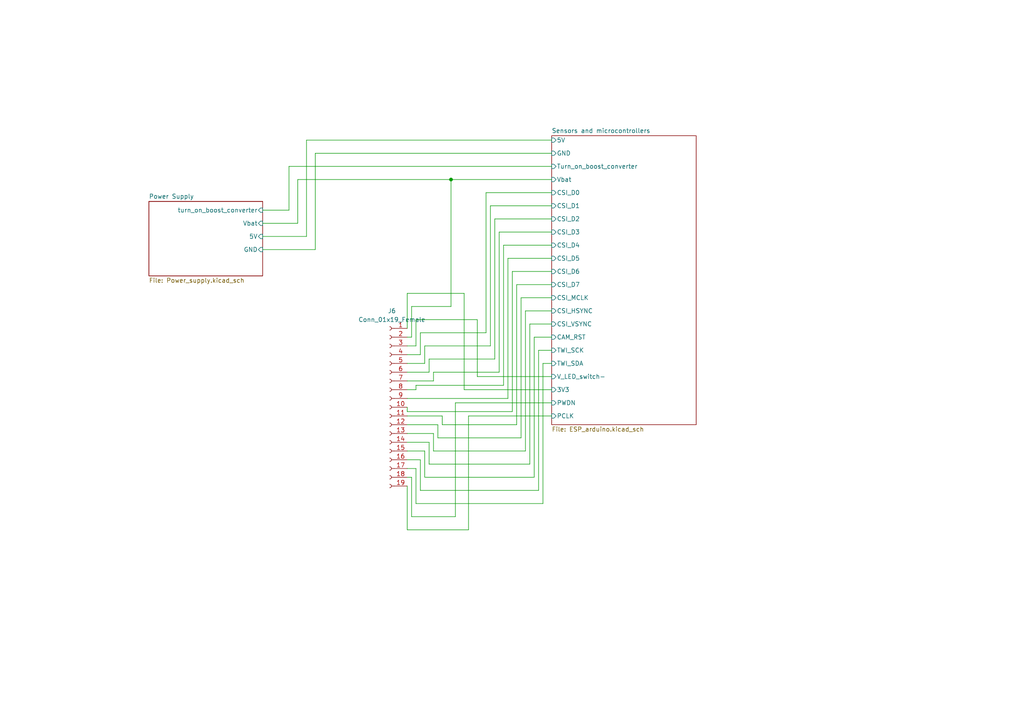
<source format=kicad_sch>
(kicad_sch (version 20211123) (generator eeschema)
  (paper "A4")
  (lib_symbols
    (symbol "Connector:Conn_01x19_Female" (pin_names (offset 1.016) hide)
      (property "Reference" "J" (at 0 25.4 0))
      (property "Value" "Conn_01x19_Female" (at 0 -25.4 0))
      (symbol "Conn_01x19_Female_1_1"
        (arc (start 0 -22.352) (mid -0.508 -22.86) (end 0 -23.368) (stroke (width 0.1524)))
        (arc (start 0 -19.812) (mid -0.508 -20.32) (end 0 -20.828) (stroke (width 0.1524)))
        (arc (start 0 -17.272) (mid -0.508 -17.78) (end 0 -18.288) (stroke (width 0.1524)))
        (arc (start 0 -14.732) (mid -0.508 -15.24) (end 0 -15.748) (stroke (width 0.1524)))
        (arc (start 0 -12.192) (mid -0.508 -12.7) (end 0 -13.208) (stroke (width 0.1524)))
        (arc (start 0 -9.652) (mid -0.508 -10.16) (end 0 -10.668) (stroke (width 0.1524)))
        (arc (start 0 -7.112) (mid -0.508 -7.62) (end 0 -8.128) (stroke (width 0.1524)))
        (arc (start 0 -4.572) (mid -0.508 -5.08) (end 0 -5.588) (stroke (width 0.1524)))
        (arc (start 0 -2.032) (mid -0.508 -2.54) (end 0 -3.048) (stroke (width 0.1524)))
        (polyline (pts (xy -1.27 -22.86) (xy -0.508 -22.86)) (stroke (width 0.1524)))
        (polyline (pts (xy -1.27 -20.32) (xy -0.508 -20.32)) (stroke (width 0.1524)))
        (polyline (pts (xy -1.27 -17.78) (xy -0.508 -17.78)) (stroke (width 0.1524)))
        (polyline (pts (xy -1.27 -15.24) (xy -0.508 -15.24)) (stroke (width 0.1524)))
        (polyline (pts (xy -1.27 -12.7) (xy -0.508 -12.7)) (stroke (width 0.1524)))
        (polyline (pts (xy -1.27 -10.16) (xy -0.508 -10.16)) (stroke (width 0.1524)))
        (polyline (pts (xy -1.27 -7.62) (xy -0.508 -7.62)) (stroke (width 0.1524)))
        (polyline (pts (xy -1.27 -5.08) (xy -0.508 -5.08)) (stroke (width 0.1524)))
        (polyline (pts (xy -1.27 -2.54) (xy -0.508 -2.54)) (stroke (width 0.1524)))
        (polyline (pts (xy -1.27 0) (xy -0.508 0)) (stroke (width 0.1524)))
        (polyline (pts (xy -1.27 2.54) (xy -0.508 2.54)) (stroke (width 0.1524)))
        (polyline (pts (xy -1.27 5.08) (xy -0.508 5.08)) (stroke (width 0.1524)))
        (polyline (pts (xy -1.27 7.62) (xy -0.508 7.62)) (stroke (width 0.1524)))
        (polyline (pts (xy -1.27 10.16) (xy -0.508 10.16)) (stroke (width 0.1524)))
        (polyline (pts (xy -1.27 12.7) (xy -0.508 12.7)) (stroke (width 0.1524)))
        (polyline (pts (xy -1.27 15.24) (xy -0.508 15.24)) (stroke (width 0.1524)))
        (polyline (pts (xy -1.27 17.78) (xy -0.508 17.78)) (stroke (width 0.1524)))
        (polyline (pts (xy -1.27 20.32) (xy -0.508 20.32)) (stroke (width 0.1524)))
        (polyline (pts (xy -1.27 22.86) (xy -0.508 22.86)) (stroke (width 0.1524)))
        (arc (start 0 0.508) (mid -0.508 0) (end 0 -0.508) (stroke (width 0.1524)))
        (arc (start 0 3.048) (mid -0.508 2.54) (end 0 2.032) (stroke (width 0.1524)))
        (arc (start 0 5.588) (mid -0.508 5.08) (end 0 4.572) (stroke (width 0.1524)))
        (arc (start 0 8.128) (mid -0.508 7.62) (end 0 7.112) (stroke (width 0.1524)))
        (arc (start 0 10.668) (mid -0.508 10.16) (end 0 9.652) (stroke (width 0.1524)))
        (arc (start 0 13.208) (mid -0.508 12.7) (end 0 12.192) (stroke (width 0.1524)))
        (arc (start 0 15.748) (mid -0.508 15.24) (end 0 14.732) (stroke (width 0.1524)))
        (arc (start 0 18.288) (mid -0.508 17.78) (end 0 17.272) (stroke (width 0.1524)))
        (arc (start 0 20.828) (mid -0.508 20.32) (end 0 19.812) (stroke (width 0.1524)))
        (arc (start 0 23.368) (mid -0.508 22.86) (end 0 22.352) (stroke (width 0.1524)))
        (pin passive line (at -5.08 22.86 0) (length 3.81) (name "Pin_1") (number "1"))
        (pin passive line (at -5.08 0 0) (length 3.81) (name "Pin_10") (number "10"))
        (pin passive line (at -5.08 -2.54 0) (length 3.81) (name "Pin_11") (number "11"))
        (pin passive line (at -5.08 -5.08 0) (length 3.81) (name "Pin_12") (number "12"))
        (pin passive line (at -5.08 -7.62 0) (length 3.81) (name "Pin_13") (number "13"))
        (pin passive line (at -5.08 -10.16 0) (length 3.81) (name "Pin_14") (number "14"))
        (pin passive line (at -5.08 -12.7 0) (length 3.81) (name "Pin_15") (number "15"))
        (pin passive line (at -5.08 -15.24 0) (length 3.81) (name "Pin_16") (number "16"))
        (pin passive line (at -5.08 -17.78 0) (length 3.81) (name "Pin_17") (number "17"))
        (pin passive line (at -5.08 -20.32 0) (length 3.81) (name "Pin_18") (number "18"))
        (pin passive line (at -5.08 -22.86 0) (length 3.81) (name "Pin_19") (number "19"))
        (pin passive line (at -5.08 20.32 0) (length 3.81) (name "Pin_2") (number "2"))
        (pin passive line (at -5.08 17.78 0) (length 3.81) (name "Pin_3") (number "3"))
        (pin passive line (at -5.08 15.24 0) (length 3.81) (name "Pin_4") (number "4"))
        (pin passive line (at -5.08 12.7 0) (length 3.81) (name "Pin_5") (number "5"))
        (pin passive line (at -5.08 10.16 0) (length 3.81) (name "Pin_6") (number "6"))
        (pin passive line (at -5.08 7.62 0) (length 3.81) (name "Pin_7") (number "7"))
        (pin passive line (at -5.08 5.08 0) (length 3.81) (name "Pin_8") (number "8"))
        (pin passive line (at -5.08 2.54 0) (length 3.81) (name "Pin_9") (number "9"))
      )
    )
  )
  (junction (at 130.81 52.07))
  (wire (pts (xy 121.92 142.24) (xy 156.21 142.24)))
  (wire (pts (xy 142.24 59.69) (xy 160.02 59.69)))
  (wire (pts (xy 156.21 142.24) (xy 156.21 101.6)))
  (wire (pts (xy 124.46 104.14) (xy 124.46 107.95)))
  (wire (pts (xy 127 123.19) (xy 127 127)))
  (wire (pts (xy 123.19 100.33) (xy 142.24 100.33)))
  (wire (pts (xy 149.86 82.55) (xy 149.86 123.19)))
  (wire (pts (xy 83.82 48.26) (xy 83.82 60.96)))
  (wire (pts (xy 127 127) (xy 151.13 127)))
  (wire (pts (xy 160.02 97.79) (xy 154.94 97.79)))
  (wire (pts (xy 123.19 100.33) (xy 123.19 105.41)))
  (wire (pts (xy 160.02 105.41) (xy 157.48 105.41)))
  (wire (pts (xy 135.89 120.65) (xy 135.89 153.67)))
  (wire (pts (xy 120.65 92.71) (xy 120.65 100.33)))
  (wire (pts (xy 120.65 92.71) (xy 138.43 92.71)))
  (wire (pts (xy 76.2 68.58) (xy 88.9 68.58)))
  (wire (pts (xy 132.08 116.84) (xy 132.08 149.86)))
  (wire (pts (xy 120.65 146.05) (xy 120.65 135.89)))
  (wire (pts (xy 86.36 52.07) (xy 130.81 52.07)))
  (wire (pts (xy 143.51 104.14) (xy 143.51 63.5)))
  (wire (pts (xy 148.59 119.38) (xy 148.59 78.74)))
  (wire (pts (xy 124.46 128.27) (xy 124.46 134.62)))
  (wire (pts (xy 151.13 127) (xy 151.13 86.36)))
  (wire (pts (xy 123.19 130.81) (xy 118.11 130.81)))
  (wire (pts (xy 152.4 90.17) (xy 152.4 130.81)))
  (wire (pts (xy 125.73 107.95) (xy 125.73 110.49)))
  (wire (pts (xy 88.9 40.64) (xy 160.02 40.64)))
  (wire (pts (xy 91.44 72.39) (xy 91.44 44.45)))
  (wire (pts (xy 157.48 105.41) (xy 157.48 146.05)))
  (wire (pts (xy 76.2 64.77) (xy 86.36 64.77)))
  (wire (pts (xy 147.32 115.57) (xy 147.32 74.93)))
  (wire (pts (xy 140.97 96.52) (xy 140.97 55.88)))
  (wire (pts (xy 76.2 72.39) (xy 91.44 72.39)))
  (wire (pts (xy 125.73 110.49) (xy 118.11 110.49)))
  (wire (pts (xy 147.32 74.93) (xy 160.02 74.93)))
  (wire (pts (xy 134.62 85.09) (xy 134.62 113.03)))
  (wire (pts (xy 83.82 60.96) (xy 76.2 60.96)))
  (wire (pts (xy 119.38 88.9) (xy 130.81 88.9)))
  (wire (pts (xy 128.27 120.65) (xy 128.27 123.19)))
  (wire (pts (xy 119.38 149.86) (xy 132.08 149.86)))
  (wire (pts (xy 130.81 52.07) (xy 160.02 52.07)))
  (wire (pts (xy 144.78 67.31) (xy 160.02 67.31)))
  (wire (pts (xy 124.46 107.95) (xy 118.11 107.95)))
  (wire (pts (xy 160.02 90.17) (xy 152.4 90.17)))
  (wire (pts (xy 91.44 44.45) (xy 160.02 44.45)))
  (wire (pts (xy 121.92 96.52) (xy 121.92 102.87)))
  (wire (pts (xy 118.11 119.38) (xy 118.11 118.11)))
  (wire (pts (xy 120.65 111.76) (xy 146.05 111.76)))
  (wire (pts (xy 143.51 63.5) (xy 160.02 63.5)))
  (wire (pts (xy 118.11 153.67) (xy 118.11 140.97)))
  (wire (pts (xy 118.11 119.38) (xy 148.59 119.38)))
  (wire (pts (xy 120.65 111.76) (xy 120.65 113.03)))
  (wire (pts (xy 154.94 97.79) (xy 154.94 138.43)))
  (wire (pts (xy 125.73 125.73) (xy 125.73 130.81)))
  (wire (pts (xy 127 123.19) (xy 118.11 123.19)))
  (wire (pts (xy 121.92 102.87) (xy 118.11 102.87)))
  (wire (pts (xy 142.24 100.33) (xy 142.24 59.69)))
  (wire (pts (xy 146.05 111.76) (xy 146.05 71.12)))
  (wire (pts (xy 160.02 113.03) (xy 134.62 113.03)))
  (wire (pts (xy 124.46 134.62) (xy 153.67 134.62)))
  (wire (pts (xy 156.21 101.6) (xy 160.02 101.6)))
  (wire (pts (xy 119.38 97.79) (xy 118.11 97.79)))
  (wire (pts (xy 144.78 107.95) (xy 144.78 67.31)))
  (wire (pts (xy 138.43 109.22) (xy 160.02 109.22)))
  (wire (pts (xy 143.51 104.14) (xy 124.46 104.14)))
  (wire (pts (xy 146.05 71.12) (xy 160.02 71.12)))
  (wire (pts (xy 119.38 149.86) (xy 119.38 138.43)))
  (wire (pts (xy 125.73 107.95) (xy 144.78 107.95)))
  (wire (pts (xy 123.19 138.43) (xy 123.19 130.81)))
  (wire (pts (xy 124.46 128.27) (xy 118.11 128.27)))
  (wire (pts (xy 154.94 138.43) (xy 123.19 138.43)))
  (wire (pts (xy 130.81 88.9) (xy 130.81 52.07)))
  (wire (pts (xy 160.02 116.84) (xy 132.08 116.84)))
  (wire (pts (xy 121.92 96.52) (xy 140.97 96.52)))
  (wire (pts (xy 140.97 55.88) (xy 160.02 55.88)))
  (wire (pts (xy 119.38 138.43) (xy 118.11 138.43)))
  (wire (pts (xy 118.11 115.57) (xy 147.32 115.57)))
  (wire (pts (xy 120.65 100.33) (xy 118.11 100.33)))
  (wire (pts (xy 118.11 85.09) (xy 118.11 95.25)))
  (wire (pts (xy 123.19 105.41) (xy 118.11 105.41)))
  (wire (pts (xy 153.67 93.98) (xy 160.02 93.98)))
  (wire (pts (xy 152.4 130.81) (xy 125.73 130.81)))
  (wire (pts (xy 120.65 113.03) (xy 118.11 113.03)))
  (wire (pts (xy 153.67 134.62) (xy 153.67 93.98)))
  (wire (pts (xy 118.11 120.65) (xy 128.27 120.65)))
  (wire (pts (xy 118.11 153.67) (xy 135.89 153.67)))
  (wire (pts (xy 86.36 64.77) (xy 86.36 52.07)))
  (wire (pts (xy 151.13 86.36) (xy 160.02 86.36)))
  (wire (pts (xy 121.92 133.35) (xy 118.11 133.35)))
  (wire (pts (xy 160.02 82.55) (xy 149.86 82.55)))
  (wire (pts (xy 88.9 68.58) (xy 88.9 40.64)))
  (wire (pts (xy 125.73 125.73) (xy 118.11 125.73)))
  (wire (pts (xy 120.65 135.89) (xy 118.11 135.89)))
  (wire (pts (xy 121.92 142.24) (xy 121.92 133.35)))
  (wire (pts (xy 149.86 123.19) (xy 128.27 123.19)))
  (wire (pts (xy 160.02 120.65) (xy 135.89 120.65)))
  (wire (pts (xy 119.38 88.9) (xy 119.38 97.79)))
  (wire (pts (xy 118.11 85.09) (xy 134.62 85.09)))
  (wire (pts (xy 148.59 78.74) (xy 160.02 78.74)))
  (wire (pts (xy 120.65 146.05) (xy 157.48 146.05)))
  (wire (pts (xy 138.43 92.71) (xy 138.43 109.22)))
  (wire (pts (xy 160.02 48.26) (xy 83.82 48.26)))
  (symbol (lib_id "Connector:Conn_01x19_Female") (at 113.03 118.11 0) (mirror y) (unit 1)
    (property "Reference" "J6" (at 113.665 90.17 0))
    (property "Value" "Conn_01x19_Female" (at 113.665 92.71 0))
    (property "Footprint" "Connector_PinHeader_2.54mm:PinHeader_1x19_P2.54mm_Vertical" (effects hide))
  )
  (sheet (at 43.18 58.42) (size 33.02 21.59)
    (property "Sheet name" "Power Supply" (at 43.18 57.7084 0) (effects (justify left bottom)))
    (property "Sheet file" "Power_supply.kicad_sch" (at 43.18 80.5946 0) (effects (justify left top)))
    (pin "5V" input (at 76.2 68.58 0))
    (pin "GND" input (at 76.2 72.39 0))
    (pin "turn_on_boost_converter" input (at 76.2 60.96 0))
    (pin "Vbat" input (at 76.2 64.77 0))
  )
  (sheet (at 160.02 39.37) (size 41.91 83.82)
    (property "Sheet name" "Sensors and microcontrollers" (at 160.02 38.6584 0) (effects (justify left bottom)))
    (property "Sheet file" "ESP_arduino.kicad_sch" (at 160.02 123.7746 0) (effects (justify left top)))
    (pin "GND" input (at 160.02 44.45 180))
    (pin "5V" input (at 160.02 40.64 180))
    (pin "CSI_D0" input (at 160.02 55.88 180))
    (pin "CSI_D1" input (at 160.02 59.69 180))
    (pin "CSI_D2" input (at 160.02 63.5 180))
    (pin "CSI_D3" input (at 160.02 67.31 180))
    (pin "CSI_D4" input (at 160.02 71.12 180))
    (pin "CSI_D5" input (at 160.02 74.93 180))
    (pin "CSI_D6" input (at 160.02 78.74 180))
    (pin "CSI_D7" input (at 160.02 82.55 180))
    (pin "CSI_MCLK" input (at 160.02 86.36 180))
    (pin "CSI_HSYNC" input (at 160.02 90.17 180))
    (pin "CSI_VSYNC" input (at 160.02 93.98 180))
    (pin "CAM_RST" input (at 160.02 97.79 180))
    (pin "TWI_SCK" input (at 160.02 101.6 180))
    (pin "TWI_SDA" input (at 160.02 105.41 180))
    (pin "Vbat" input (at 160.02 52.07 180))
    (pin "Turn_on_boost_converter" input (at 160.02 48.26 180))
    (pin "V_LED_switch-" input (at 160.02 109.22 180))
    (pin "3V3" input (at 160.02 113.03 180))
    (pin "PCLK" input (at 160.02 120.65 180))
    (pin "PWDN" input (at 160.02 116.84 180))
  )
)
</source>
